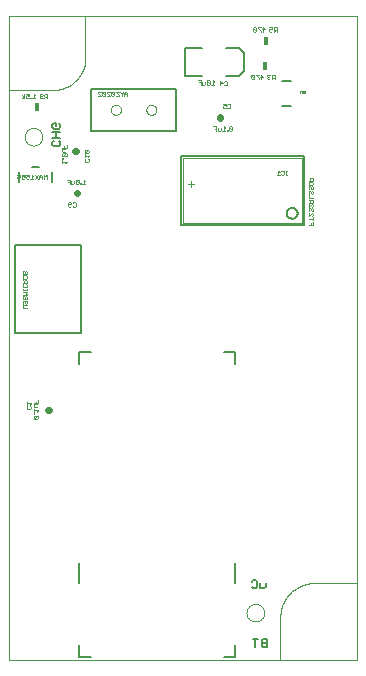
<source format=gbo>
G75*
G70*
%OFA0B0*%
%FSLAX24Y24*%
%IPPOS*%
%LPD*%
%AMOC8*
5,1,8,0,0,1.08239X$1,22.5*
%
%ADD10C,0.0000*%
%ADD11C,0.0050*%
%ADD12C,0.0030*%
%ADD13C,0.0010*%
%ADD14C,0.0220*%
%ADD15C,0.0080*%
%ADD16R,0.0180X0.0300*%
%ADD17C,0.0060*%
%ADD18C,0.0020*%
D10*
X001008Y001834D02*
X001008Y020830D01*
X002475Y020830D01*
X002538Y020832D01*
X002602Y020837D01*
X002665Y020847D01*
X002727Y020859D01*
X002788Y020876D01*
X002848Y020896D01*
X002908Y020919D01*
X002965Y020946D01*
X003021Y020976D01*
X003075Y021010D01*
X003127Y021046D01*
X003177Y021085D01*
X003224Y021128D01*
X003269Y021173D01*
X003312Y021220D01*
X003351Y021270D01*
X003387Y021322D01*
X003421Y021376D01*
X003451Y021432D01*
X003478Y021489D01*
X003501Y021549D01*
X003521Y021609D01*
X003538Y021670D01*
X003550Y021732D01*
X003560Y021795D01*
X003565Y021859D01*
X003567Y021922D01*
X003567Y023291D01*
X012622Y023291D01*
X012622Y004393D01*
X011189Y004393D01*
X011124Y004391D01*
X011058Y004385D01*
X010993Y004376D01*
X010929Y004363D01*
X010866Y004346D01*
X010804Y004325D01*
X010743Y004301D01*
X010684Y004273D01*
X010626Y004242D01*
X010570Y004208D01*
X010517Y004170D01*
X010465Y004130D01*
X010416Y004086D01*
X010370Y004040D01*
X010326Y003991D01*
X010286Y003939D01*
X010248Y003886D01*
X010214Y003830D01*
X010183Y003772D01*
X010155Y003713D01*
X010131Y003652D01*
X010110Y003590D01*
X010093Y003527D01*
X010080Y003463D01*
X010071Y003398D01*
X010065Y003332D01*
X010063Y003267D01*
X010063Y001834D01*
X001008Y001834D01*
X008933Y003409D02*
X008935Y003443D01*
X008941Y003477D01*
X008951Y003510D01*
X008964Y003541D01*
X008982Y003571D01*
X009002Y003599D01*
X009026Y003624D01*
X009052Y003646D01*
X009080Y003664D01*
X009111Y003680D01*
X009143Y003692D01*
X009177Y003700D01*
X009211Y003704D01*
X009245Y003704D01*
X009279Y003700D01*
X009313Y003692D01*
X009345Y003680D01*
X009375Y003664D01*
X009404Y003646D01*
X009430Y003624D01*
X009454Y003599D01*
X009474Y003571D01*
X009492Y003541D01*
X009505Y003510D01*
X009515Y003477D01*
X009521Y003443D01*
X009523Y003409D01*
X009521Y003375D01*
X009515Y003341D01*
X009505Y003308D01*
X009492Y003277D01*
X009474Y003247D01*
X009454Y003219D01*
X009430Y003194D01*
X009404Y003172D01*
X009376Y003154D01*
X009345Y003138D01*
X009313Y003126D01*
X009279Y003118D01*
X009245Y003114D01*
X009211Y003114D01*
X009177Y003118D01*
X009143Y003126D01*
X009111Y003138D01*
X009080Y003154D01*
X009052Y003172D01*
X009026Y003194D01*
X009002Y003219D01*
X008982Y003247D01*
X008964Y003277D01*
X008951Y003308D01*
X008941Y003341D01*
X008935Y003375D01*
X008933Y003409D01*
X010063Y001834D02*
X012622Y001834D01*
X012622Y004393D01*
X005596Y020168D02*
X005598Y020193D01*
X005604Y020218D01*
X005613Y020242D01*
X005626Y020264D01*
X005643Y020284D01*
X005662Y020301D01*
X005683Y020315D01*
X005707Y020325D01*
X005731Y020332D01*
X005757Y020335D01*
X005782Y020334D01*
X005807Y020329D01*
X005831Y020320D01*
X005854Y020308D01*
X005874Y020293D01*
X005892Y020274D01*
X005907Y020253D01*
X005918Y020230D01*
X005926Y020206D01*
X005930Y020181D01*
X005930Y020155D01*
X005926Y020130D01*
X005918Y020106D01*
X005907Y020083D01*
X005892Y020062D01*
X005874Y020043D01*
X005854Y020028D01*
X005831Y020016D01*
X005807Y020007D01*
X005782Y020002D01*
X005757Y020001D01*
X005731Y020004D01*
X005707Y020011D01*
X005683Y020021D01*
X005662Y020035D01*
X005643Y020052D01*
X005626Y020072D01*
X005613Y020094D01*
X005604Y020118D01*
X005598Y020143D01*
X005596Y020168D01*
X004415Y020168D02*
X004417Y020193D01*
X004423Y020218D01*
X004432Y020242D01*
X004445Y020264D01*
X004462Y020284D01*
X004481Y020301D01*
X004502Y020315D01*
X004526Y020325D01*
X004550Y020332D01*
X004576Y020335D01*
X004601Y020334D01*
X004626Y020329D01*
X004650Y020320D01*
X004673Y020308D01*
X004693Y020293D01*
X004711Y020274D01*
X004726Y020253D01*
X004737Y020230D01*
X004745Y020206D01*
X004749Y020181D01*
X004749Y020155D01*
X004745Y020130D01*
X004737Y020106D01*
X004726Y020083D01*
X004711Y020062D01*
X004693Y020043D01*
X004673Y020028D01*
X004650Y020016D01*
X004626Y020007D01*
X004601Y020002D01*
X004576Y020001D01*
X004550Y020004D01*
X004526Y020011D01*
X004502Y020021D01*
X004481Y020035D01*
X004462Y020052D01*
X004445Y020072D01*
X004432Y020094D01*
X004423Y020118D01*
X004417Y020143D01*
X004415Y020168D01*
X003567Y023291D02*
X001008Y023291D01*
X001008Y020830D01*
X001540Y019275D02*
X001542Y019309D01*
X001548Y019343D01*
X001558Y019376D01*
X001571Y019407D01*
X001589Y019437D01*
X001609Y019465D01*
X001633Y019490D01*
X001659Y019512D01*
X001687Y019530D01*
X001718Y019546D01*
X001750Y019558D01*
X001784Y019566D01*
X001818Y019570D01*
X001852Y019570D01*
X001886Y019566D01*
X001920Y019558D01*
X001952Y019546D01*
X001982Y019530D01*
X002011Y019512D01*
X002037Y019490D01*
X002061Y019465D01*
X002081Y019437D01*
X002099Y019407D01*
X002112Y019376D01*
X002122Y019343D01*
X002128Y019309D01*
X002130Y019275D01*
X002128Y019241D01*
X002122Y019207D01*
X002112Y019174D01*
X002099Y019143D01*
X002081Y019113D01*
X002061Y019085D01*
X002037Y019060D01*
X002011Y019038D01*
X001983Y019020D01*
X001952Y019004D01*
X001920Y018992D01*
X001886Y018984D01*
X001852Y018980D01*
X001818Y018980D01*
X001784Y018984D01*
X001750Y018992D01*
X001718Y019004D01*
X001687Y019020D01*
X001659Y019038D01*
X001633Y019060D01*
X001609Y019085D01*
X001589Y019113D01*
X001571Y019143D01*
X001558Y019174D01*
X001548Y019207D01*
X001542Y019241D01*
X001540Y019275D01*
D11*
X002459Y019246D02*
X002729Y019246D01*
X002684Y019131D02*
X002729Y019086D01*
X002729Y018996D01*
X002684Y018951D01*
X002504Y018951D01*
X002459Y018996D01*
X002459Y019086D01*
X002504Y019131D01*
X002594Y019246D02*
X002594Y019426D01*
X002729Y019426D02*
X002459Y019426D01*
X002504Y019541D02*
X002459Y019586D01*
X002459Y019676D01*
X002504Y019721D01*
X002594Y019721D01*
X002594Y019631D01*
X002684Y019721D02*
X002729Y019676D01*
X002729Y019586D01*
X002684Y019541D01*
X002504Y019541D01*
X003420Y015671D02*
X001215Y015671D01*
X001215Y012718D01*
X003420Y012718D01*
X003420Y015671D01*
X010110Y020295D02*
X010425Y020295D01*
X010425Y021122D02*
X010110Y021122D01*
X009237Y004485D02*
X009147Y004485D01*
X009102Y004440D01*
X009237Y004485D02*
X009282Y004440D01*
X009282Y004260D01*
X009237Y004215D01*
X009147Y004215D01*
X009102Y004260D01*
X009397Y004215D02*
X009397Y004395D01*
X009577Y004395D02*
X009577Y004260D01*
X009532Y004215D01*
X009397Y004215D01*
X009321Y002531D02*
X009141Y002531D01*
X009231Y002531D02*
X009231Y002261D01*
X009436Y002306D02*
X009481Y002261D01*
X009616Y002261D01*
X009616Y002531D01*
X009481Y002531D01*
X009436Y002486D01*
X009436Y002441D01*
X009481Y002396D01*
X009616Y002396D01*
X009481Y002396D02*
X009436Y002351D01*
X009436Y002306D01*
D12*
X007081Y017609D02*
X007081Y017789D01*
X007171Y017699D02*
X006991Y017699D01*
D13*
X007934Y019464D02*
X007934Y019614D01*
X007834Y019614D01*
X007884Y019539D02*
X007934Y019539D01*
X007982Y019564D02*
X007982Y019464D01*
X008057Y019464D01*
X008082Y019489D01*
X008082Y019564D01*
X008179Y019614D02*
X008179Y019464D01*
X008229Y019464D02*
X008129Y019464D01*
X008229Y019564D02*
X008179Y019614D01*
X008278Y019489D02*
X008278Y019464D01*
X008303Y019464D01*
X008303Y019489D01*
X008278Y019489D01*
X008350Y019489D02*
X008375Y019464D01*
X008425Y019464D01*
X008450Y019489D01*
X008350Y019589D01*
X008350Y019489D01*
X008450Y019489D02*
X008450Y019589D01*
X008425Y019614D01*
X008375Y019614D01*
X008350Y019589D01*
X008325Y020214D02*
X008300Y020239D01*
X008325Y020214D02*
X008375Y020214D01*
X008400Y020239D01*
X008400Y020339D01*
X008375Y020364D01*
X008325Y020364D01*
X008300Y020339D01*
X008253Y020364D02*
X008253Y020289D01*
X008203Y020314D01*
X008178Y020314D01*
X008153Y020289D01*
X008153Y020239D01*
X008178Y020214D01*
X008228Y020214D01*
X008253Y020239D01*
X008253Y020364D02*
X008153Y020364D01*
X008211Y020987D02*
X008186Y021012D01*
X008211Y020987D02*
X008261Y020987D01*
X008286Y021012D01*
X008286Y021112D01*
X008261Y021137D01*
X008211Y021137D01*
X008186Y021112D01*
X008139Y021062D02*
X008039Y021062D01*
X008064Y021137D02*
X008139Y021062D01*
X008064Y020987D02*
X008064Y021137D01*
X007852Y021106D02*
X007802Y021156D01*
X007802Y021006D01*
X007852Y021006D02*
X007752Y021006D01*
X007705Y021031D02*
X007680Y021006D01*
X007630Y021006D01*
X007605Y021031D01*
X007605Y021131D01*
X007705Y021031D01*
X007705Y021131D01*
X007680Y021156D01*
X007630Y021156D01*
X007605Y021131D01*
X007557Y021106D02*
X007557Y021031D01*
X007532Y021006D01*
X007457Y021006D01*
X007457Y021106D01*
X007410Y021081D02*
X007360Y021081D01*
X007410Y021006D02*
X007410Y021156D01*
X007310Y021156D01*
X009095Y021220D02*
X009120Y021195D01*
X009170Y021195D01*
X009195Y021220D01*
X009095Y021320D01*
X009095Y021220D01*
X009195Y021220D02*
X009195Y021320D01*
X009170Y021345D01*
X009120Y021345D01*
X009095Y021320D01*
X009242Y021320D02*
X009342Y021220D01*
X009342Y021195D01*
X009414Y021195D02*
X009414Y021345D01*
X009489Y021270D01*
X009389Y021270D01*
X009342Y021345D02*
X009242Y021345D01*
X009242Y021320D01*
X009625Y021322D02*
X009625Y021297D01*
X009650Y021272D01*
X009625Y021247D01*
X009625Y021222D01*
X009650Y021197D01*
X009700Y021197D01*
X009725Y021222D01*
X009772Y021197D02*
X009823Y021247D01*
X009798Y021247D02*
X009873Y021247D01*
X009873Y021197D02*
X009873Y021347D01*
X009798Y021347D01*
X009772Y021322D01*
X009772Y021272D01*
X009798Y021247D01*
X009725Y021322D02*
X009700Y021347D01*
X009650Y021347D01*
X009625Y021322D01*
X009650Y021272D02*
X009675Y021272D01*
X009713Y022776D02*
X009763Y022776D01*
X009788Y022801D01*
X009788Y022851D02*
X009738Y022876D01*
X009713Y022876D01*
X009688Y022851D01*
X009688Y022801D01*
X009713Y022776D01*
X009788Y022851D02*
X009788Y022926D01*
X009688Y022926D01*
X009835Y022901D02*
X009835Y022851D01*
X009861Y022826D01*
X009936Y022826D01*
X009936Y022776D02*
X009936Y022926D01*
X009861Y022926D01*
X009835Y022901D01*
X009886Y022826D02*
X009835Y022776D01*
X009552Y022849D02*
X009452Y022849D01*
X009405Y022799D02*
X009405Y022774D01*
X009405Y022799D02*
X009305Y022899D01*
X009305Y022924D01*
X009405Y022924D01*
X009477Y022924D02*
X009552Y022849D01*
X009477Y022774D02*
X009477Y022924D01*
X009258Y022899D02*
X009233Y022924D01*
X009183Y022924D01*
X009158Y022899D01*
X009258Y022799D01*
X009233Y022774D01*
X009183Y022774D01*
X009158Y022799D01*
X009158Y022899D01*
X009258Y022899D02*
X009258Y022799D01*
X010748Y020797D02*
X010733Y020782D01*
X010733Y020737D01*
X010793Y020737D02*
X010793Y020797D01*
X010748Y020797D01*
X010825Y020782D02*
X010825Y020737D01*
X010870Y020737D01*
X010885Y020752D01*
X010870Y020767D01*
X010825Y020767D01*
X010825Y020782D02*
X010840Y020797D01*
X010870Y020797D01*
X010286Y018147D02*
X010236Y018147D01*
X010261Y018147D02*
X010261Y017997D01*
X010286Y017997D02*
X010236Y017997D01*
X010188Y018022D02*
X010163Y017997D01*
X010113Y017997D01*
X010088Y018022D01*
X010041Y017997D02*
X009941Y017997D01*
X009991Y017997D02*
X009991Y018147D01*
X010041Y018097D01*
X010088Y018122D02*
X010113Y018147D01*
X010163Y018147D01*
X010188Y018122D01*
X010188Y018022D01*
X011005Y017813D02*
X011155Y017813D01*
X011155Y017888D01*
X011130Y017913D01*
X011080Y017913D01*
X011055Y017888D01*
X011055Y017813D01*
X011030Y017765D02*
X011130Y017765D01*
X011155Y017740D01*
X011155Y017690D01*
X011130Y017665D01*
X011030Y017665D01*
X011005Y017690D01*
X011005Y017740D01*
X011030Y017765D01*
X011030Y017618D02*
X011005Y017593D01*
X011005Y017543D01*
X011030Y017518D01*
X011030Y017471D02*
X011005Y017446D01*
X011005Y017396D01*
X011030Y017371D01*
X011005Y017323D02*
X011005Y017223D01*
X011155Y017223D01*
X011130Y017176D02*
X011080Y017176D01*
X011055Y017151D01*
X011055Y017076D01*
X011055Y017126D02*
X011005Y017176D01*
X011005Y017076D02*
X011155Y017076D01*
X011155Y017151D01*
X011130Y017176D01*
X011130Y017029D02*
X011155Y017004D01*
X011155Y016954D01*
X011130Y016929D01*
X011130Y016881D02*
X011105Y016881D01*
X011080Y016856D01*
X011055Y016881D01*
X011030Y016881D01*
X011005Y016856D01*
X011005Y016806D01*
X011030Y016781D01*
X011005Y016734D02*
X011005Y016634D01*
X011105Y016734D01*
X011130Y016734D01*
X011155Y016709D01*
X011155Y016659D01*
X011130Y016634D01*
X011155Y016587D02*
X011155Y016487D01*
X011155Y016439D02*
X011155Y016339D01*
X011005Y016339D01*
X011080Y016339D02*
X011080Y016389D01*
X011005Y016537D02*
X011155Y016537D01*
X011130Y016781D02*
X011155Y016806D01*
X011155Y016856D01*
X011130Y016881D01*
X011080Y016856D02*
X011080Y016831D01*
X011005Y016929D02*
X011105Y017029D01*
X011130Y017029D01*
X011005Y017029D02*
X011005Y016929D01*
X011105Y017371D02*
X011080Y017396D01*
X011080Y017446D01*
X011055Y017471D01*
X011030Y017471D01*
X011080Y017543D02*
X011080Y017593D01*
X011055Y017618D01*
X011030Y017618D01*
X011080Y017543D02*
X011105Y017518D01*
X011130Y017518D01*
X011155Y017543D01*
X011155Y017593D01*
X011130Y017618D01*
X011130Y017471D02*
X011155Y017446D01*
X011155Y017396D01*
X011130Y017371D01*
X011105Y017371D01*
X004967Y020623D02*
X004967Y020723D01*
X004917Y020773D01*
X004867Y020723D01*
X004867Y020623D01*
X004867Y020698D02*
X004967Y020698D01*
X004820Y020748D02*
X004770Y020698D01*
X004770Y020623D01*
X004770Y020698D02*
X004720Y020748D01*
X004720Y020773D01*
X004673Y020773D02*
X004573Y020773D01*
X004573Y020748D01*
X004673Y020648D01*
X004673Y020623D01*
X004573Y020623D01*
X004525Y020648D02*
X004425Y020748D01*
X004425Y020648D01*
X004450Y020623D01*
X004500Y020623D01*
X004525Y020648D01*
X004525Y020748D01*
X004500Y020773D01*
X004450Y020773D01*
X004425Y020748D01*
X004378Y020748D02*
X004353Y020773D01*
X004303Y020773D01*
X004278Y020748D01*
X004278Y020723D01*
X004378Y020623D01*
X004278Y020623D01*
X004231Y020648D02*
X004131Y020748D01*
X004131Y020648D01*
X004156Y020623D01*
X004206Y020623D01*
X004231Y020648D01*
X004231Y020748D01*
X004206Y020773D01*
X004156Y020773D01*
X004131Y020748D01*
X004084Y020748D02*
X004059Y020773D01*
X004008Y020773D01*
X003983Y020748D01*
X003983Y020723D01*
X004084Y020623D01*
X003983Y020623D01*
X004820Y020748D02*
X004820Y020773D01*
X003663Y018838D02*
X003688Y018813D01*
X003688Y018763D01*
X003663Y018738D01*
X003563Y018738D01*
X003663Y018838D01*
X003563Y018838D01*
X003538Y018813D01*
X003538Y018763D01*
X003563Y018738D01*
X003538Y018690D02*
X003538Y018590D01*
X003538Y018640D02*
X003688Y018640D01*
X003638Y018590D01*
X003663Y018543D02*
X003688Y018518D01*
X003688Y018468D01*
X003663Y018443D01*
X003563Y018443D01*
X003538Y018468D01*
X003538Y018518D01*
X003563Y018543D01*
X003508Y017843D02*
X003508Y017693D01*
X003558Y017693D02*
X003458Y017693D01*
X003411Y017693D02*
X003386Y017693D01*
X003386Y017718D01*
X003411Y017718D01*
X003411Y017693D01*
X003337Y017718D02*
X003237Y017818D01*
X003237Y017718D01*
X003262Y017693D01*
X003312Y017693D01*
X003337Y017718D01*
X003337Y017818D01*
X003312Y017843D01*
X003262Y017843D01*
X003237Y017818D01*
X003190Y017793D02*
X003190Y017718D01*
X003165Y017693D01*
X003090Y017693D01*
X003090Y017793D01*
X003042Y017768D02*
X002992Y017768D01*
X003042Y017693D02*
X003042Y017843D01*
X002942Y017843D01*
X002888Y018393D02*
X002938Y018443D01*
X002788Y018443D01*
X002788Y018393D02*
X002788Y018493D01*
X002788Y018540D02*
X002788Y018565D01*
X002813Y018565D01*
X002813Y018540D01*
X002788Y018540D01*
X002813Y018614D02*
X002913Y018714D01*
X002813Y018714D01*
X002788Y018689D01*
X002788Y018639D01*
X002813Y018614D01*
X002913Y018614D01*
X002938Y018639D01*
X002938Y018689D01*
X002913Y018714D01*
X002888Y018761D02*
X002813Y018761D01*
X002788Y018786D01*
X002788Y018861D01*
X002888Y018861D01*
X002863Y018909D02*
X002863Y018959D01*
X002938Y018909D02*
X002938Y019009D01*
X002938Y018909D02*
X002788Y018909D01*
X002276Y018011D02*
X002225Y017961D01*
X002175Y018011D01*
X002175Y017861D01*
X002128Y017861D02*
X002128Y017961D01*
X002078Y018011D01*
X002028Y017961D01*
X002028Y017861D01*
X001981Y017861D02*
X001881Y018011D01*
X001834Y017961D02*
X001784Y018011D01*
X001784Y017861D01*
X001834Y017861D02*
X001733Y017861D01*
X001686Y017886D02*
X001661Y017861D01*
X001611Y017861D01*
X001586Y017886D01*
X001586Y017936D01*
X001611Y017961D01*
X001636Y017961D01*
X001686Y017936D01*
X001686Y018011D01*
X001586Y018011D01*
X001539Y018011D02*
X001539Y017936D01*
X001489Y017961D01*
X001464Y017961D01*
X001439Y017936D01*
X001439Y017886D01*
X001464Y017861D01*
X001514Y017861D01*
X001539Y017886D01*
X001539Y018011D02*
X001439Y018011D01*
X001392Y018011D02*
X001392Y017936D01*
X001342Y017961D01*
X001317Y017961D01*
X001291Y017936D01*
X001291Y017886D01*
X001317Y017861D01*
X001367Y017861D01*
X001392Y017886D01*
X001392Y018011D02*
X001291Y018011D01*
X001881Y017861D02*
X001981Y018011D01*
X002028Y017936D02*
X002128Y017936D01*
X002276Y017861D02*
X002276Y018011D01*
X003017Y017093D02*
X003067Y017093D01*
X003092Y017068D01*
X003092Y017043D01*
X003067Y017018D01*
X002992Y017018D01*
X002992Y016968D02*
X002992Y017068D01*
X003017Y017093D01*
X003140Y017068D02*
X003165Y017093D01*
X003215Y017093D01*
X003240Y017068D01*
X003240Y016968D01*
X003215Y016943D01*
X003165Y016943D01*
X003140Y016968D01*
X003092Y016968D02*
X003067Y016943D01*
X003017Y016943D01*
X002992Y016968D01*
X003558Y017793D02*
X003508Y017843D01*
X002282Y020553D02*
X002282Y020703D01*
X002207Y020703D01*
X002182Y020678D01*
X002182Y020628D01*
X002207Y020603D01*
X002282Y020603D01*
X002232Y020603D02*
X002182Y020553D01*
X002135Y020578D02*
X002110Y020553D01*
X002060Y020553D01*
X002035Y020578D01*
X002035Y020678D01*
X002060Y020703D01*
X002110Y020703D01*
X002135Y020678D01*
X002135Y020653D01*
X002110Y020628D01*
X002035Y020628D01*
X001899Y020651D02*
X001849Y020701D01*
X001849Y020551D01*
X001899Y020551D02*
X001799Y020551D01*
X001752Y020551D02*
X001727Y020551D01*
X001727Y020576D01*
X001752Y020576D01*
X001752Y020551D01*
X001678Y020576D02*
X001653Y020551D01*
X001603Y020551D01*
X001578Y020576D01*
X001578Y020626D01*
X001603Y020651D01*
X001628Y020651D01*
X001678Y020626D01*
X001678Y020701D01*
X001578Y020701D01*
X001531Y020701D02*
X001531Y020551D01*
X001531Y020601D02*
X001456Y020651D01*
X001531Y020601D02*
X001456Y020551D01*
X001497Y014795D02*
X001472Y014770D01*
X001472Y014695D01*
X001622Y014695D01*
X001622Y014770D01*
X001597Y014795D01*
X001572Y014795D01*
X001547Y014770D01*
X001547Y014695D01*
X001597Y014648D02*
X001622Y014622D01*
X001622Y014572D01*
X001597Y014547D01*
X001497Y014547D01*
X001472Y014572D01*
X001472Y014622D01*
X001497Y014648D01*
X001597Y014648D01*
X001547Y014770D02*
X001522Y014795D01*
X001497Y014795D01*
X001472Y014500D02*
X001522Y014450D01*
X001522Y014475D02*
X001522Y014400D01*
X001472Y014400D02*
X001622Y014400D01*
X001622Y014475D01*
X001597Y014500D01*
X001547Y014500D01*
X001522Y014475D01*
X001497Y014353D02*
X001472Y014328D01*
X001472Y014278D01*
X001497Y014253D01*
X001597Y014253D01*
X001622Y014278D01*
X001622Y014328D01*
X001597Y014353D01*
X001622Y014205D02*
X001622Y014155D01*
X001622Y014180D02*
X001472Y014180D01*
X001472Y014155D02*
X001472Y014205D01*
X001472Y014107D02*
X001622Y014107D01*
X001572Y014057D01*
X001622Y014007D01*
X001472Y014007D01*
X001497Y013960D02*
X001472Y013935D01*
X001472Y013860D01*
X001622Y013860D01*
X001622Y013935D01*
X001597Y013960D01*
X001572Y013960D01*
X001547Y013935D01*
X001547Y013860D01*
X001522Y013813D02*
X001497Y013813D01*
X001472Y013788D01*
X001472Y013738D01*
X001497Y013713D01*
X001497Y013665D02*
X001622Y013665D01*
X001597Y013713D02*
X001572Y013713D01*
X001547Y013738D01*
X001547Y013788D01*
X001522Y013813D01*
X001597Y013813D02*
X001622Y013788D01*
X001622Y013738D01*
X001597Y013713D01*
X001497Y013665D02*
X001472Y013640D01*
X001472Y013590D01*
X001497Y013565D01*
X001622Y013565D01*
X001547Y013935D02*
X001522Y013960D01*
X001497Y013960D01*
X001992Y010495D02*
X001992Y010395D01*
X001842Y010395D01*
X001842Y010348D02*
X001942Y010348D01*
X001917Y010395D02*
X001917Y010445D01*
X001842Y010348D02*
X001842Y010273D01*
X001867Y010248D01*
X001942Y010248D01*
X001992Y010151D02*
X001842Y010151D01*
X001842Y010101D02*
X001842Y010201D01*
X001754Y010223D02*
X001729Y010198D01*
X001629Y010198D01*
X001604Y010223D01*
X001604Y010273D01*
X001629Y010298D01*
X001604Y010345D02*
X001604Y010445D01*
X001604Y010395D02*
X001754Y010395D01*
X001704Y010345D01*
X001729Y010298D02*
X001754Y010273D01*
X001754Y010223D01*
X001842Y010052D02*
X001842Y010027D01*
X001867Y010027D01*
X001867Y010052D01*
X001842Y010052D01*
X001867Y009980D02*
X001842Y009955D01*
X001842Y009905D01*
X001867Y009880D01*
X001967Y009980D01*
X001867Y009980D01*
X001967Y009980D02*
X001992Y009955D01*
X001992Y009905D01*
X001967Y009880D01*
X001867Y009880D01*
X001942Y010101D02*
X001992Y010151D01*
D14*
X002323Y010177D02*
X002347Y010177D01*
X003300Y017386D02*
X003300Y017410D01*
X003245Y018788D02*
X003221Y018788D01*
X008055Y019897D02*
X008055Y019921D01*
D15*
X008249Y021292D02*
X008682Y021292D01*
X008839Y021449D01*
X008839Y022079D01*
X008682Y022237D01*
X008249Y022237D01*
X007461Y022237D02*
X006871Y022237D01*
X006871Y021292D01*
X007461Y021292D01*
X006590Y020857D02*
X003755Y020857D01*
X003755Y019479D01*
X006590Y019479D01*
X006590Y020857D01*
X002466Y018100D02*
X002466Y017762D01*
X002011Y018250D02*
X001800Y018250D01*
X001346Y018100D02*
X001346Y017762D01*
X003366Y012098D02*
X003366Y011704D01*
X003366Y012098D02*
X003760Y012098D01*
X003366Y005051D02*
X003366Y004382D01*
X003366Y002334D02*
X003366Y001941D01*
X003760Y001941D01*
X008169Y001941D02*
X008563Y001941D01*
X008563Y002334D01*
X008563Y004382D02*
X008563Y005051D01*
X008563Y011704D02*
X008563Y012098D01*
X008169Y012098D01*
D16*
X009567Y021640D03*
X009591Y022471D03*
X001937Y020248D03*
D17*
X006744Y018643D02*
X006744Y016340D01*
X010839Y016340D01*
X010839Y018643D01*
X006744Y018643D01*
X010274Y016724D02*
X010276Y016750D01*
X010282Y016776D01*
X010291Y016801D01*
X010304Y016824D01*
X010320Y016845D01*
X010339Y016863D01*
X010361Y016879D01*
X010384Y016891D01*
X010409Y016899D01*
X010435Y016904D01*
X010462Y016905D01*
X010488Y016902D01*
X010513Y016895D01*
X010538Y016885D01*
X010560Y016871D01*
X010581Y016854D01*
X010598Y016835D01*
X010613Y016813D01*
X010624Y016789D01*
X010632Y016763D01*
X010636Y016737D01*
X010636Y016711D01*
X010632Y016685D01*
X010624Y016659D01*
X010613Y016635D01*
X010598Y016613D01*
X010581Y016594D01*
X010560Y016577D01*
X010538Y016563D01*
X010513Y016553D01*
X010488Y016546D01*
X010462Y016543D01*
X010435Y016544D01*
X010409Y016549D01*
X010384Y016557D01*
X010361Y016569D01*
X010339Y016585D01*
X010320Y016603D01*
X010304Y016624D01*
X010291Y016647D01*
X010282Y016672D01*
X010276Y016698D01*
X010274Y016724D01*
D18*
X010775Y016404D02*
X010775Y018580D01*
X006808Y018580D01*
X006808Y016404D01*
X010775Y016404D01*
M02*

</source>
